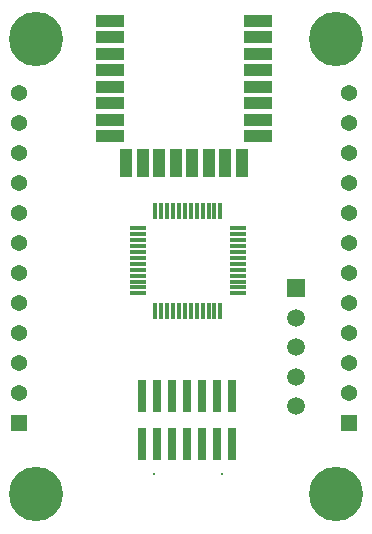
<source format=gbs>
G04*
G04 #@! TF.GenerationSoftware,Altium Limited,Altium Designer,26.1.1 (7)*
G04*
G04 Layer_Color=16711935*
%FSLAX25Y25*%
%MOIN*%
G70*
G04*
G04 #@! TF.SameCoordinates,21E4D09F-D184-4A1B-8AE9-C821449E0F92*
G04*
G04*
G04 #@! TF.FilePolarity,Negative*
G04*
G01*
G75*
%ADD29C,0.05394*%
%ADD30C,0.18110*%
%ADD31R,0.05394X0.05394*%
%ADD32C,0.05937*%
%ADD33R,0.05937X0.05937*%
%ADD34C,0.01280*%
%ADD43R,0.05807X0.01181*%
%ADD44R,0.01181X0.05807*%
%ADD45R,0.02913X0.10984*%
%ADD46R,0.09646X0.03937*%
%ADD47R,0.03937X0.09646*%
D29*
X135295Y161953D02*
D03*
X245295Y131953D02*
D03*
Y191953D02*
D03*
X135295D02*
D03*
Y121953D02*
D03*
X245295Y171953D02*
D03*
X135295Y151953D02*
D03*
Y171953D02*
D03*
Y131953D02*
D03*
X245295Y101953D02*
D03*
Y161953D02*
D03*
Y91953D02*
D03*
X135295Y181953D02*
D03*
X245295Y151953D02*
D03*
Y141953D02*
D03*
Y181953D02*
D03*
Y121953D02*
D03*
Y111953D02*
D03*
X135295Y141953D02*
D03*
Y91953D02*
D03*
Y101953D02*
D03*
Y111953D02*
D03*
D30*
X140945Y58268D02*
D03*
Y209842D02*
D03*
X240945Y58268D02*
D03*
Y209842D02*
D03*
D31*
X245295Y81953D02*
D03*
X135295D02*
D03*
D32*
X227461Y97441D02*
D03*
Y117126D02*
D03*
Y107283D02*
D03*
Y87598D02*
D03*
D33*
Y126969D02*
D03*
D34*
X202956Y64900D02*
D03*
X180200D02*
D03*
D43*
X174870Y140945D02*
D03*
X208240Y125197D02*
D03*
X174870Y146850D02*
D03*
Y142913D02*
D03*
Y131102D02*
D03*
Y144882D02*
D03*
X208240Y127165D02*
D03*
X174870D02*
D03*
Y133071D02*
D03*
Y129134D02*
D03*
X208240Y140945D02*
D03*
Y137008D02*
D03*
X174870Y135039D02*
D03*
X208240Y142913D02*
D03*
Y135039D02*
D03*
X174870Y125197D02*
D03*
Y137008D02*
D03*
X208240Y146850D02*
D03*
Y138976D02*
D03*
Y133071D02*
D03*
Y131102D02*
D03*
X174870Y138976D02*
D03*
X208240Y144882D02*
D03*
Y129134D02*
D03*
D44*
X182697Y152709D02*
D03*
X194508D02*
D03*
X180728D02*
D03*
Y119339D02*
D03*
X190571Y152709D02*
D03*
X182697Y119339D02*
D03*
X196476Y152709D02*
D03*
X198445D02*
D03*
X188602D02*
D03*
X194508Y119339D02*
D03*
X190571D02*
D03*
X184665D02*
D03*
X192539Y152709D02*
D03*
X202382D02*
D03*
X200413Y119339D02*
D03*
X188602D02*
D03*
X184665Y152709D02*
D03*
X192539Y119339D02*
D03*
X198445D02*
D03*
X186634D02*
D03*
Y152709D02*
D03*
X200413D02*
D03*
X202382Y119339D02*
D03*
X196476D02*
D03*
D45*
X201319Y74953D02*
D03*
X191319D02*
D03*
X196319D02*
D03*
X176319D02*
D03*
X201319Y90976D02*
D03*
X181319D02*
D03*
X176319D02*
D03*
X196319D02*
D03*
X186319D02*
D03*
X191319D02*
D03*
X206319D02*
D03*
X181319Y74953D02*
D03*
X186319D02*
D03*
X206319D02*
D03*
D46*
X215098Y205079D02*
D03*
X165532Y188543D02*
D03*
X215098Y177520D02*
D03*
X165532Y210591D02*
D03*
Y216102D02*
D03*
Y199567D02*
D03*
Y177520D02*
D03*
Y183031D02*
D03*
Y205079D02*
D03*
X215098Y210591D02*
D03*
X165532Y194055D02*
D03*
X215098Y183031D02*
D03*
Y188543D02*
D03*
Y194055D02*
D03*
Y199567D02*
D03*
Y216102D02*
D03*
D47*
X171024Y168484D02*
D03*
X176535D02*
D03*
X182047D02*
D03*
X187559D02*
D03*
X193071D02*
D03*
X198583D02*
D03*
X204095D02*
D03*
X209606D02*
D03*
M02*

</source>
